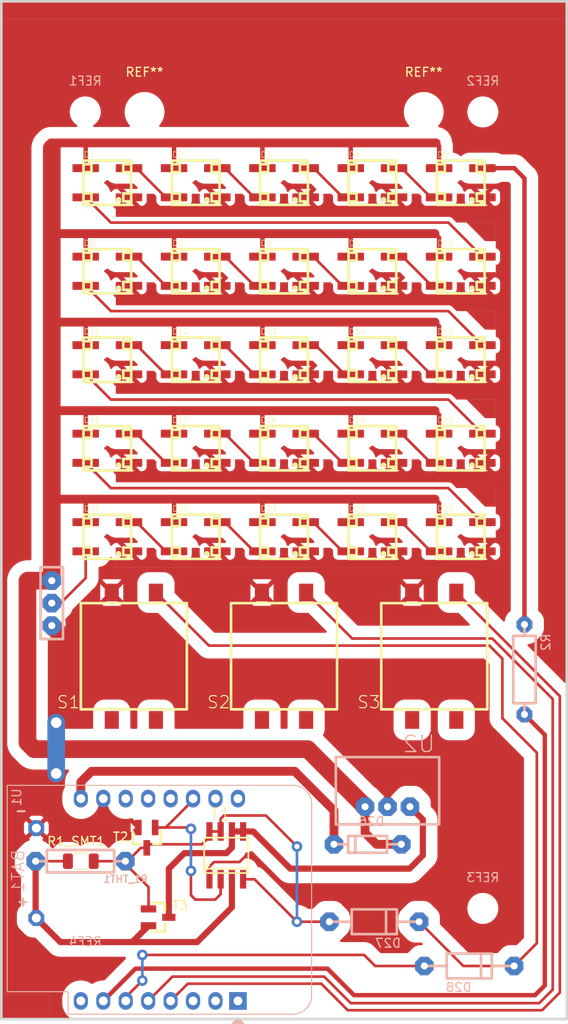
<source format=kicad_pcb>
(kicad_pcb (version 20221018) (generator pcbnew)
  (layers (0 "F.Cu" signal) (31 "B.Cu" signal) (34 "B.Paste" user) (35 "F.Paste" user) (36 "B.SilkS" user "B.Silkscreen") (37 "F.SilkS" user "F.Silkscreen") (38 "B.Mask" user) (39 "F.Mask" user) (44 "Edge.Cuts" user))
  (net 0 "")
  (net 1 "GND")
  (net 2 "+9V")
  (net 3 "+5V")
  (net 4 "Net-(D1-DOUT)")
  (net 5 "Net-(D1-DIN)")
  (net 6 "Net-(D2-DIN)")
  (net 7 "Net-(D3-DIN)")
  (net 8 "Net-(D4-DIN)")
  (net 9 "Net-(D5-DIN)")
  (net 10 "Net-(D15-DIN)")
  (net 11 "Net-(D6-DIN)")
  (net 12 "Net-(D7-DIN)")
  (net 13 "Net-(D8-DIN)")
  (net 14 "Net-(D10-DOUT)")
  (net 15 "Net-(D11-DOUT)")
  (net 16 "Net-(D11-DIN)")
  (net 17 "Net-(D12-DIN)")
  (net 18 "Net-(D13-DIN)")
  (net 19 "Net-(D14-DIN)")
  (net 20 "Net-(D16-DOUT)")
  (net 21 "Net-(D16-DIN)")
  (net 22 "Net-(D17-DIN)")
  (net 23 "Net-(D18-DIN)")
  (net 24 "Net-(D19-DIN)")
  (net 25 "Net-(D21-DOUT)")
  (net 26 "Net-(D21-DIN)")
  (net 27 "Net-(D22-DIN)")
  (net 28 "Net-(D23-DIN)")
  (net 29 "Net-(D24-DIN)")
  (net 30 "+5VD")
  (net 31 "XFET")
  (net 32 "Net-(D27-Pad2)")
  (net 33 "/D7")
  (net 34 "/D8")
  (net 35 "/D6")
  (net 36 "/D5")
  (net 37 "D1")
  (net 38 "U2_VIN")
  (footprint "D1Mini_Wuerfel_aktuell:WS2812B_9" (layer "F.Cu") (at 153.29 80.5)
    (fp_text reference "D15")
    (fp_text value "WS2812B")
  )
  (footprint "D1Mini_Wuerfel_aktuell:WS2812B_9" (layer "F.Cu") (at 133.29 90.5)
    (fp_text reference "D18")
    (fp_text value "WS2812B")
  )
  (footprint "D1Mini_Wuerfel_aktuell:1254.1017_DRUCKTASTER_34" (layer "F.Cu") (at 116.29 114)
    (fp_text reference "S1")
    (fp_text value "SPST")
  )
  (footprint "MountingHole:MountingHole_3.5mm" (layer "F.Cu") (at 117.5 52.5)
    (fp_text reference "REF**")
    (fp_text value "MountingHole_3.5mm" hide)
  )
  (footprint "D1Mini_Wuerfel_aktuell:WS2812B_9" (layer "F.Cu") (at 133.29 60.5)
    (fp_text reference "D3")
    (fp_text value "WS2812B")
  )
  (footprint "D1Mini_Wuerfel_aktuell:WS2812B_9" (layer "F.Cu") (at 143.29 90.5)
    (fp_text reference "D19")
    (fp_text value "WS2812B")
  )
  (footprint "D1Mini_Wuerfel_aktuell:WS2812B_9" (layer "F.Cu") (at 113.29 90.5)
    (fp_text reference "D16")
    (fp_text value "WS2812B")
  )
  (footprint "Resistor_SMD:R_1206_3216Metric" (layer "F.Cu") (at 110.2875 137.16)
    (fp_text reference "R1_SMT1")
    (fp_text value "100K")
  )
  (footprint "MountingHole:MountingHole_3.5mm" (layer "F.Cu") (at 149.1 52.5)
    (fp_text reference "REF**")
    (fp_text value "MountingHole_3.5mm" hide)
  )
  (footprint "D1Mini_Wuerfel_aktuell:WS2812B_9" (layer "F.Cu") (at 143.29 80.5)
    (fp_text reference "D14")
    (fp_text value "WS2812B")
  )
  (footprint "D1Mini_Wuerfel_aktuell:WS2812B_9" (layer "F.Cu") (at 123.29 60.5)
    (fp_text reference "D2")
    (fp_text value "WS2812B")
  )
  (footprint "D1Mini_Wuerfel_aktuell:SOT-23_3_42" (layer "F.Cu") (at 117.75 134.5 180)
    (fp_text reference "T2")
    (fp_text value "FDN337N")
  )
  (footprint "D1Mini_Wuerfel_aktuell:WS2812B_9" (layer "F.Cu") (at 143.29 100.5)
    (fp_text reference "D24")
    (fp_text value "WS2812B")
  )
  (footprint "D1Mini_Wuerfel_aktuell:WS2812B_9" (layer "F.Cu") (at 153.29 100.5)
    (fp_text reference "D25")
    (fp_text value "WS2812B")
  )
  (footprint "D1Mini_Wuerfel_aktuell:WS2812B_9" (layer "F.Cu") (at 153.29 90.5)
    (fp_text reference "D20")
    (fp_text value "WS2812B")
  )
  (footprint "D1Mini_Wuerfel_aktuell:WS2812B_9" (layer "F.Cu") (at 113.29 80.5)
    (fp_text reference "D11")
    (fp_text value "WS2812B")
  )
  (footprint "D1Mini_Wuerfel_aktuell:1254.1017_DRUCKTASTER_34" (layer "F.Cu") (at 150.29 114)
    (fp_text reference "S3")
    (fp_text value "SPST")
  )
  (footprint "D1Mini_Wuerfel_aktuell:WS2812B_9" (layer "F.Cu") (at 113.29 100.5)
    (fp_text reference "D21")
    (fp_text value "WS2812B")
  )
  (footprint "D1Mini_Wuerfel_aktuell:WS2812B_9" (layer "F.Cu") (at 123.29 80.5)
    (fp_text reference "D12")
    (fp_text value "WS2812B")
  )
  (footprint "D1Mini_Wuerfel_aktuell:WS2812B_9" (layer "F.Cu") (at 113.29 70.5)
    (fp_text reference "D6")
    (fp_text value "WS2812B")
  )
  (footprint "D1Mini_Wuerfel_aktuell:WS2812B_9" (layer "F.Cu") (at 133.29 80.5)
    (fp_text reference "D13")
    (fp_text value "WS2812B")
  )
  (footprint "D1Mini_Wuerfel_aktuell:WS2812B_9" (layer "F.Cu") (at 153.29 70.5)
    (fp_text reference "D10")
    (fp_text value "WS2812B")
  )
  (footprint "D1Mini_Wuerfel_aktuell:WS2812B_9" (layer "F.Cu") (at 123.29 70.5)
    (fp_text reference "D7")
    (fp_text value "WS2812B")
  )
  (footprint "D1Mini_Wuerfel_aktuell:WS2812B_9" (layer "F.Cu") (at 143.29 60.5)
    (fp_text reference "D4")
    (fp_text value "WS2812B")
  )
  (footprint "D1Mini_Wuerfel_aktuell:WS2812B_9" (layer "F.Cu") (at 143.29 70.5)
    (fp_text reference "D9")
    (fp_text value "WS2812B")
  )
  (footprint "D1Mini_Wuerfel_aktuell:WS2812B_9" (layer "F.Cu") (at 113.29 60.5)
    (fp_text reference "D1")
    (fp_text value "WS2812B")
  )
  (footprint "D1Mini_Wuerfel_aktuell:WS2812B_9" (layer "F.Cu") (at 133.29 100.5)
    (fp_text reference "D23")
    (fp_text value "WS2812B")
  )
  (footprint "D1Mini_Wuerfel_aktuell:WS2812B_9" (layer "F.Cu") (at 153.29 60.5)
    (fp_text reference "D5")
    (fp_text value "WS2812B")
  )
  (footprint "D1Mini_Wuerfel_aktuell:WS2812B_9" (layer "F.Cu") (at 133.29 70.5)
    (fp_text reference "D8")
    (fp_text value "WS2812B")
  )
  (footprint "D1Mini_Wuerfel_aktuell:SOT-23_3_43" (layer "F.Cu") (at 119.1 143.5 -90)
    (fp_text reference "T3")
    (fp_text value "IRLML9301")
  )
  (footprint "D1Mini_Wuerfel_aktuell:SO8_SOT96-1_39" (layer "F.Cu") (at 126.75 136.5)
    (fp_text reference "T1")
    (fp_text value "IRF9952")
  )
  (footprint "D1Mini_Wuerfel_aktuell:WS2812B_9" (layer "F.Cu") (at 123.29 100.5)
    (fp_text reference "D22")
    (fp_text value "WS2812B")
  )
  (footprint "D1Mini_Wuerfel_aktuell:1254.1017_DRUCKTASTER_34" (layer "F.Cu") (at 133.29 114)
    (fp_text reference "S2")
    (fp_text value "SPST")
  )
  (footprint "D1Mini_Wuerfel_aktuell:WS2812B_9" (layer "F.Cu") (at 123.29 90.5)
    (fp_text reference "D17")
    (fp_text value "WS2812B")
  )
  (footprint "D1Mini_Wuerfel_aktuell:TRACO-TSR1-24_0" (layer "B.Cu") (at 145 131 180)
    (fp_text reference "U2")
    (fp_text value "TSR1-2450")
  )
  (footprint "D1Mini_Wuerfel_aktuell:DO35_1" (layer "B.Cu") (at 142.75 135.25 180)
    (fp_text reference "D26")
    (fp_text value "1N4148")
  )
  (footprint "D1Mini_Wuerfel_aktuell:DO41_41" (layer "B.Cu") (at 154.25 149)
    (fp_text reference "D28")
    (fp_text value "1N5817")
  )
  (footprint "D1Mini_Wuerfel_aktuell:BATTERIE_2" (layer "B.Cu") (at 105.25 141.04 -90)
    (fp_text reference "BAT1")
    (fp_text value "9V")
  )
  (footprint "MountingHole:MountingHole_2.5mm" (layer "B.Cu") (at 155.7911 142.4964 180)
    (fp_text reference "REF3")
    (fp_text value "MountingHole_2.5mm" hide)
  )
  (footprint "D1Mini_Wuerfel_aktuell:0207_44" (layer "B.Cu") (at 160.5 115.5 90)
    (fp_text reference "R2")
    (fp_text value "330")
  )
  (footprint "MountingHole:MountingHole_2.5mm" (layer "B.Cu") (at 110.7911 52.4964 180)
    (fp_text reference "REF1")
    (fp_text value "MountingHole_2.5mm" hide)
  )
  (footprint "MountingHole:MountingHole_2.5mm" (layer "B.Cu") (at 110.7911 142.4964 180)
    (fp_text reference "REF4")
    (fp_text value "MountingHole_2.5mm" hide)
  )
  (footprint "D1Mini_Wuerfel_aktuell:0207_37" (layer "B.Cu") (at 110.25 137.16)
    (fp_text reference "R1_THT1")
    (fp_text value "100K")
  )
  (footprint "D1Mini_Wuerfel_aktuell:DO41_40" (layer "B.Cu") (at 143.5 144)
    (fp_text reference "D27")
    (fp_text value "1N5817")
  )
  (footprint "D1Mini_Wuerfel_aktuell:1X03_BUCHSE_8" (layer "B.Cu") (at 107 108 -90)
    (fp_text reference "K1" hide)
    (fp_text value "1x03")
  )
  (footprint "Module:WEMOS_D1_mini_light" (layer "B.Cu") (at 128.07 152.945 90)
    (fp_text reference "U1")
    (fp_text value "WeMos_D1_mini")
  )
  (footprint "MountingHole:MountingHole_2.5mm" (layer "B.Cu") (at 155.7911 52.4964 180)
    (fp_text reference "REF2")
    (fp_text value "MountingHole_2.5mm" hide)
  )
  (gr_line (start 101.29 155) (end 165.29 155) (stroke (width 0.3)) (layer "Edge.Cuts"))
  (gr_line (start 165.29 40) (end 101.29 40) (stroke (width 0.3)) (layer "Edge.Cuts"))
  (gr_line (start 101.29 40) (end 101.29 155) (stroke (width 0.3)) (layer "Edge.Cuts"))
  (gr_line (start 165.29 155) (end 165.29 40) (stroke (width 0.3)) (layer "Edge.Cuts"))
  (segment (start 108.458 112.014) (end 108.458 111.998) (width 2) (layer "F.Cu") (net 1))
  (segment (start 124.845 137.77) (end 125.365 137.25) (width 0.3) (layer "F.Cu") (net 1))
  (segment (start 128.25 137.25) (end 128.75 136.75) (width 0.3) (layer "F.Cu") (net 1))
  (segment (start 125.365 137.25) (end 128.25 137.25) (width 0.3) (layer "F.Cu") (net 1))
  (segment (start 107 110.54) (end 108.458 111.998) (width 2) (layer "F.Cu") (net 1))
  (segment (start 124.845 139.2) (end 124.845 137.77) (width 0.3) (layer "F.Cu") (net 1))
  (via (at 107.5 127.25) (size 2) (drill 1.2) (layers "F.Cu" "B.Cu") (net 1))
  (via (at 107.5 121.5) (size 2) (drill 1.2) (layers "F.Cu" "B.Cu") (net 1))
  (segment (start 107.5 121.5) (end 107.5 127.25) (width 2) (layer "B.Cu") (net 1))
  (segment (start 127.385 142.365) (end 127.385 139.2) (width 0.7) (layer "F.Cu") (net 2))
  (segment (start 105.17 138) (end 105.17 143.5) (width 0.7) (layer "F.Cu") (net 2))
  (segment (start 123.45 146.3) (end 127.385 142.365) (width 0.7) (layer "F.Cu") (net 2))
  (segment (start 116.1 146.3) (end 117.95 144.45) (width 0.7) (layer "F.Cu") (net 2))
  (segment (start 107.97 146.3) (end 116.1 146.3) (width 0.7) (layer "F.Cu") (net 2))
  (segment (start 105.17 137.16) (end 108.825 137.16) (width 0.3) (layer "F.Cu") (net 2))
  (segment (start 105.17 143.5) (end 105.25 143.58) (width 0.7) (layer "F.Cu") (net 2))
  (segment (start 105.25 143.58) (end 107.97 146.3) (width 0.7) (layer "F.Cu") (net 2))
  (segment (start 116.1 146.3) (end 123.45 146.3) (width 0.7) (layer "F.Cu") (net 2))
  (segment (start 110.84 86.41) (end 111 86.25) (width 0.5) (layer "F.Cu") (net 3))
  (segment (start 107 66.25) (end 110.9 66.25) (width 1) (layer "F.Cu") (net 3))
  (segment (start 110.84 66.31) (end 110.9 66.25) (width 0.5) (layer "F.Cu") (net 3))
  (segment (start 120.7 56) (end 110.8 56) (width 1) (layer "F.Cu") (net 3))
  (segment (start 104.25 105.5) (end 104.25 123.75) (width 2) (layer "F.Cu") (net 3))
  (segment (start 110.8 86.25) (end 110.84 86.29) (width 0.5) (layer "F.Cu") (net 3))
  (segment (start 110.9 66.25) (end 120.9 66.25) (width 1) (layer "F.Cu") (net 3))
  (segment (start 143.75 135.25) (end 142.46 133.96) (width 1) (layer "F.Cu") (net 3))
  (segment (start 130.8 56) (end 140.8 56) (width 1) (layer "F.Cu") (net 3))
  (segment (start 140.84 78.85) (end 140.84 76.51) (width 0.5) (layer "F.Cu") (net 3))
  (segment (start 150.84 56.34) (end 150.5 56) (width 0.5) (layer "F.Cu") (net 3))
  (segment (start 130.84 96.41) (end 131 96.25) (width 0.5) (layer "F.Cu") (net 3))
  (segment (start 120.84 96.29) (end 120.8 96.25) (width 0.5) (layer "F.Cu") (net 3))
  (segment (start 110.84 58.85) (end 110.84 56.04) (width 0.5) (layer "F.Cu") (net 3))
  (segment (start 107 96.25) (end 111.1 96.25) (width 1) (layer "F.Cu") (net 3))
  (segment (start 107 105.46) (end 104.29 105.46) (width 2) (layer "F.Cu") (net 3))
  (segment (start 146.56 135.25) (end 143.75 135.25) (width 1) (layer "F.Cu") (net 3))
  (segment (start 141.1 76.25) (end 150.375 76.25) (width 1) (layer "F.Cu") (net 3))
  (segment (start 140.84 98.85) (end 140.84 96.29) (width 0.5) (layer "F.Cu") (net 3))
  (segment (start 150.84 96.715) (end 150.375 96.25) (width 0.5) (layer "F.Cu") (net 3))
  (segment (start 140.84 86.31) (end 140.9 86.25) (width 0.5) (layer "F.Cu") (net 3))
  (segment (start 107 76.25) (end 111 76.25) (width 1) (layer "F.Cu") (net 3))
  (segment (start 104.29 105.46) (end 104.25 105.5) (width 2) (layer "F.Cu") (net 3))
  (segment (start 130.84 98.85) (end 130.84 96.41) (width 0.5) (layer "F.Cu") (net 3))
  (segment (start 120.7 56) (end 130.8 56) (width 1) (layer "F.Cu") (net 3))
  (segment (start 140.84 96.29) (end 140.8 96.25) (width 0.5) (layer "F.Cu") (net 3))
  (segment (start 120.84 58.85) (end 120.84 56.14) (width 0.5) (layer "F.Cu") (net 3))
  (segment (start 140.8 96.25) (end 150.375 96.25) (width 1) (layer "F.Cu") (net 3))
  (segment (start 130.84 56.04) (end 130.8 56) (width 0.5) (layer "F.Cu") (net 3))
  (segment (start 140.84 68.85) (end 140.84 66.31) (width 0.5) (layer "F.Cu") (net 3))
  (segment (start 130.84 66.41) (end 131 66.25) (width 0.5) (layer "F.Cu") (net 3))
  (segment (start 121 86.25) (end 131 86.25) (width 1) (layer "F.Cu") (net 3))
  (segment (start 150.84 66.715) (end 150.375 66.25) (width 0.5) (layer "F.Cu") (net 3))
  (segment (start 110.84 98.85) (end 110.84 96.51) (width 0.5) (layer "F.Cu") (net 3))
  (segment (start 107 86.25) (end 110.8 86.25) (width 0.5) (layer "F.Cu") (net 3))
  (segment (start 110.84 68.85) (end 110.84 66.31) (width 0.5) (layer "F.Cu") (net 3))
  (segment (start 130.84 76.61) (end 131.2 76.25) (width 0.5) (layer "F.Cu") (net 3))
  (segment (start 150.84 76.715) (end 150.375 76.25) (width 0.5) (layer "F.Cu") (net 3))
  (segment (start 130.84 88.85) (end 130.84 86.41) (width 0.5) (layer "F.Cu") (net 3))
  (segment (start 140.84 66.31) (end 140.9 66.25) (width 0.5) (layer "F.Cu") (net 3))
  (segment (start 120.84 78.85) (end 120.84 76.51) (width 0.5) (layer "F.Cu") (net 3))
  (segment (start 111 76.25) (end 121.1 76.25) (width 1) (layer "F.Cu") (net 3))
  (segment (start 130.84 78.85) (end 130.84 76.61) (width 0.5) (layer "F.Cu") (net 3))
  (segment (start 142.46 133.96) (end 142.46 131) (width 1) (layer "F.Cu") (net 3))
  (segment (start 140.9 86.25) (end 150.375 86.25) (width 1) (layer "F.Cu") (net 3))
  (segment (start 110.8 56) (end 106.9 56) (width 1) (layer "F.Cu") (net 3))
  (segment (start 110.84 96.51) (end 111.1 96.25) (width 0.5) (layer "F.Cu") (net 3))
  (segment (start 120.84 56.14) (end 120.7 56) (width 0.5) (layer "F.Cu") (net 3))
  (segment (start 130.84 68.85) (end 130.84 66.41) (width 0.5) (layer "F.Cu") (net 3))
  (segment (start 120.84 76.51) (end 121.1 76.25) (width 0.5) (layer "F.Cu") (net 3))
  (segment (start 150.84 78.85) (end 150.84 76.715) (width 0.5) (layer "F.Cu") (net 3))
  (segment (start 120.9 66.25) (end 131 66.25) (width 1) (layer "F.Cu") (net 3))
  (segment (start 150.84 86.715) (end 150.375 86.25) (width 0.5) (layer "F.Cu") (net 3))
  (segment (start 150.84 88.85) (end 150.84 86.715) (width 0.5) (layer "F.Cu") (net 3))
  (segment (start 121.1 76.25) (end 131.2 76.25) (width 1) (layer "F.Cu") (net 3))
  (segment (start 131.2 76.25) (end 141.1 76.25) (width 1) (layer "F.Cu") (net 3))
  (segment (start 140.84 88.85) (end 140.84 86.31) (width 0.5) (layer "F.Cu") (net 3))
  (segment (start 140.84 58.85) (end 140.84 56.04) (width 0.5) (layer "F.Cu") (net 3))
  (segment (start 131 96.25) (end 140.8 96.25) (width 1) (layer "F.Cu") (net 3))
  (segment (start 104.25 123.75) (end 105 124.5) (width 2) (layer "F.Cu") (net 3))
  (segment (start 120.84 66.31) (end 120.9 66.25) (width 0.5) (layer "F.Cu") (net 3))
  (segment (start 107 86.25) (end 111 86.25) (width 1) (layer "F.Cu") (net 3))
  (segment (start 140.84 56.04) (end 140.8 56) (width 0.5) (layer "F.Cu") (net 3))
  (segment (start 140.8 56) (end 150.5 56) (width 1) (layer "F.Cu") (net 3))
  (segment (start 110.84 56.04) (end 110.8 56) (width 0.5) (layer "F.Cu") (net 3))
  (segment (start 120.84 88.85) (end 120.84 86.41) (width 0.5) (layer "F.Cu") (net 3))
  (segment (start 131 86.25) (end 140.9 86.25) (width 1) (layer "F.Cu") (net 3))
  (segment (start 150.84 58.85) (end 150.84 56.34) (width 0.5) (layer "F.Cu") (net 3))
  (segment (start 110.84 88.85) (end 110.84 86.41) (width 0.5) (layer "F.Cu") (net 3))
  (segment (start 110.84 76.41) (end 111 76.25) (width 0.5) (layer "F.Cu") (net 3))
  (segment (start 140.84 76.51) (end 141.1 76.25) (width 0.5) (layer "F.Cu") (net 3))
  (segment (start 110.84 78.85) (end 110.84 76.41) (width 0.5) (layer "F.Cu") (net 3))
  (segment (start 140.9 66.25) (end 150.375 66.25) (width 1) (layer "F.Cu") (net 3))
  (segment (start 130.84 58.85) (end 130.84 56.04) (width 0.5) (layer "F.Cu") (net 3))
  (segment (start 150.84 98.85) (end 150.84 96.715) (width 0.5) (layer "F.Cu") (net 3))
  (segment (start 111 86.25) (end 121 86.25) (width 1) (layer "F.Cu") (net 3))
  (segment (start 120.84 98.85) (end 120.84 96.29) (width 0.5) (layer "F.Cu") (net 3))
  (segment (start 105 124.5) (end 135.96 124.5) (width 2) (layer "F.Cu") (net 3))
  (segment (start 111.1 96.25) (end 120.8 96.25) (width 1) (layer "F.Cu") (net 3))
  (segment (start 150.84 68.85) (end 150.84 66.715) (width 0.5) (layer "F.Cu") (net 3))
  (segment (start 120.84 68.85) (end 120.84 66.31) (width 0.5) (layer "F.Cu") (net 3))
  (segment (start 135.96 124.5) (end 142.46 131) (width 2) (layer "F.Cu") (net 3))
  (segment (start 130.84 86.41) (end 131 86.25) (width 0.5) (layer "F.Cu") (net 3))
  (segment (start 131 66.25) (end 140.9 66.25) (width 1) (layer "F.Cu") (net 3))
  (segment (start 107 105.46) (end 107 56.6) (width 2) (layer "F.Cu") (net 3))
  (segment (start 120.84 86.41) (end 121 86.25) (width 0.5) (layer "F.Cu") (net 3))
  (segment (start 120.8 96.25) (end 131 96.25) (width 1) (layer "F.Cu") (net 3))
  (segment (start 110.84 62.15) (end 113.69 65) (width 0.3) (layer "F.Cu") (net 4))
  (segment (start 113.69 65) (end 151.89 65) (width 0.3) (layer "F.Cu") (net 4))
  (segment (start 151.89 65) (end 155.74 68.85) (width 0.3) (layer "F.Cu") (net 4))
  (segment (start 120.84 62.15) (end 119.9 62.15) (width 0.3) (layer "F.Cu") (net 5))
  (segment (start 119.9 62.15) (end 116.6 58.85) (width 0.3) (layer "F.Cu") (net 5))
  (segment (start 116.6 58.85) (end 115.74 58.85) (width 0.3) (layer "F.Cu") (net 5))
  (segment (start 126.6 58.85) (end 125.74 58.85) (width 0.3) (layer "F.Cu") (net 6))
  (segment (start 129.9 62.15) (end 126.6 58.85) (width 0.3) (layer "F.Cu") (net 6))
  (segment (start 130.84 62.15) (end 129.9 62.15) (width 0.3) (layer "F.Cu") (net 6))
  (segment (start 140.84 62.15) (end 139.9475 62.15) (width 0.3) (layer "F.Cu") (net 7))
  (segment (start 139.9475 62.15) (end 136.6475 58.85) (width 0.3) (layer "F.Cu") (net 7))
  (segment (start 136.6475 58.85) (end 135.74 58.85) (width 0.3) (layer "F.Cu") (net 7))
  (segment (start 146.6 58.85) (end 145.74 58.85) (width 0.3) (layer "F.Cu") (net 8))
  (segment (start 149.9 62.15) (end 146.6 58.85) (width 0.3) (layer "F.Cu") (net 8))
  (segment (start 150.84 62.15) (end 149.9 62.15) (width 0.3) (layer "F.Cu") (net 8))
  (segment (start 159.35 58.85) (end 155.74 58.85) (width 0.5) (layer "F.Cu") (net 9))
  (segment (start 160.5 60) (end 159.35 58.85) (width 0.5) (layer "F.Cu") (net 9))
  (segment (start 160.5 110.42) (end 160.5 60) (width 0.5) (layer "F.Cu") (net 9))
  (segment (start 151.89 75) (end 155.74 78.85) (width 0.3) (layer "F.Cu") (net 10))
  (segment (start 110.84 72.15) (end 113.69 75) (width 0.3) (layer "F.Cu") (net 10))
  (segment (start 113.69 75) (end 151.89 75) (width 0.3) (layer "F.Cu") (net 10))
  (segment (start 116.6 68.85) (end 115.74 68.85) (width 0.3) (layer "F.Cu") (net 11))
  (segment (start 120.84 72.15) (end 119.9 72.15) (width 0.3) (layer "F.Cu") (net 11))
  (segment (start 119.9 72.15) (end 116.6 68.85) (width 0.3) (layer "F.Cu") (net 11))
  (segment (start 126.6475 68.85) (end 125.74 68.85) (width 0.3) (layer "F.Cu") (net 12))
  (segment (start 129.9475 72.15) (end 126.6475 68.85) (width 0.3) (layer "F.Cu") (net 12))
  (segment (start 130.84 72.15) (end 129.9475 72.15) (width 0.3) (layer "F.Cu") (net 12))
  (segment (start 136.6 68.85) (end 135.74 68.85) (width 0.3) (layer "F.Cu") (net 13))
  (segment (start 139.9 72.15) (end 136.6 68.85) (width 0.3) (layer "F.Cu") (net 13))
  (segment (start 140.84 72.15) (end 139.9 72.15) (width 0.3) (layer "F.Cu") (net 13))
  (segment (start 146.71125 68.85) (end 145.74 68.85) (width 0.3) (layer "F.Cu") (net 14))
  (segment (start 150.84 72.15) (end 150.01125 72.15) (width 0.3) (layer "F.Cu") (net 14))
  (segment (start 150.01125 72.15) (end 146.71125 68.85) (width 0.3) (layer "F.Cu") (net 14))
  (segment (start 151.89 85) (end 155.74 88.85) (width 0.3) (layer "F.Cu") (net 15))
  (segment (start 113.69 85) (end 151.89 85) (width 0.3) (layer "F.Cu") (net 15))
  (segment (start 110.84 82.15) (end 113.69 85) (width 0.3) (layer "F.Cu") (net 15))
  (segment (start 120.84 82.15) (end 119.9 82.15) (width 0.3) (layer "F.Cu") (net 16))
  (segment (start 116.6 78.85) (end 115.74 78.85) (width 0.3) (layer "F.Cu") (net 16))
  (segment (start 119.9 82.15) (end 116.6 78.85) (width 0.3) (layer "F.Cu") (net 16))
  (segment (start 126.6 78.85) (end 125.74 78.85) (width 0.3) (layer "F.Cu") (net 17))
  (segment (start 130.84 82.15) (end 129.9 82.15) (width 0.3) (layer "F.Cu") (net 17))
  (segment (start 129.9 82.15) (end 126.6 78.85) (width 0.3) (layer "F.Cu") (net 17))
  (segment (start 136.85 78.85) (end 135.74 78.85) (width 0.3) (layer "F.Cu") (net 18))
  (segment (start 140.84 82.15) (end 140.15 82.15) (width 0.3) (layer "F.Cu") (net 18))
  (segment (start 140.15 82.15) (end 136.85 78.85) (width 0.3) (layer "F.Cu") (net 18))
  (segment (start 146.85 78.85) (end 145.74 78.85) (width 0.3) (layer "F.Cu") (net 19))
  (segment (start 149.9 82.15) (end 146.6 78.85) (width 0.3) (layer "F.Cu") (net 19))
  (segment (start 146.6 78.85) (end 145.74 78.85) (width 0.3) (layer "F.Cu") (net 19))
  (segment (start 150.84 82.15) (end 149.9 82.15) (width 0.3) (layer "F.Cu") (net 19))
  (segment (start 151.89 95) (end 155.74 98.85) (width 0.3) (layer "F.Cu") (net 20))
  (segment (start 110.84 92.15) (end 113.69 95) (width 0.3) (layer "F.Cu") (net 20))
  (segment (start 113.69 95) (end 151.89 95) (width 0.3) (layer "F.Cu") (net 20))
  (segment (start 119.9 92.15) (end 116.6 88.85) (width 0.3) (layer "F.Cu") (net 21))
  (segment (start 116.6 88.85) (end 115.74 88.85) (width 0.3) (layer "F.Cu") (net 21))
  (segment (start 120.84 92.15) (end 119.9 92.15) (width 0.3) (layer "F.Cu") (net 21))
  (segment (start 130.84 92.15) (end 129.9 92.15) (width 0.3) (layer "F.Cu") (net 22))
  (segment (start 129.9 92.15) (end 126.6 88.85) (width 0.3) (layer "F.Cu") (net 22))
  (segment (start 126.6 88.85) (end 125.74 88.85) (width 0.3) (layer "F.Cu") (net 22))
  (segment (start 136.6 88.85) (end 135.74 88.85) (width 0.3) (layer "F.Cu") (net 23))
  (segment (start 140.84 92.15) (end 139.9 92.15) (width 0.3) (layer "F.Cu") (net 23))
  (segment (start 139.9 92.15) (end 136.6 88.85) (width 0.3) (layer "F.Cu") (net 23))
  (segment (start 150.84 92.15) (end 149.9 92.15) (width 0.3) (layer "F.Cu") (net 24))
  (segment (start 149.9 92.15) (end 146.6 88.85) (width 0.3) (layer "F.Cu") (net 24))
  (segment (start 146.6 88.85) (end 145.74 88.85) (width 0.3) (layer "F.Cu") (net 24))
  (segment (start 106.29 108) (end 108 108) (width 0.3) (layer "F.Cu") (net 25))
  (segment (start 108 108) (end 110.84 105.16) (width 0.3) (layer "F.Cu") (net 25))
  (segment (start 110.84 105.16) (end 110.84 102.15) (width 0.3) (layer "F.Cu") (net 25))
  (segment (start 119.9 102.15) (end 116.6 98.85) (width 0.3) (layer "F.Cu") (net 26))
  (segment (start 120.84 102.15) (end 119.9 102.15) (width 0.3) (layer "F.Cu") (net 26))
  (segment (start 116.6 98.85) (end 115.74 98.85) (width 0.3) (layer "F.Cu") (net 26))
  (segment (start 129.9 102.15) (end 126.6 98.85) (width 0.3) (layer "F.Cu") (net 27))
  (segment (start 130.84 102.15) (end 129.9 102.15) (width 0.3) (layer "F.Cu") (net 27))
  (segment (start 126.6 98.85) (end 125.74 98.85) (width 0.3) (layer "F.Cu") (net 27))
  (segment (start 140.84 102.15) (end 139.9 102.15) (width 0.3) (layer "F.Cu") (net 28))
  (segment (start 136.6 98.85) (end 135.74 98.85) (width 0.3) (layer "F.Cu") (net 28))
  (segment (start 139.9 102.15) (end 136.6 98.85) (width 0.3) (layer "F.Cu") (net 28))
  (segment (start 149.9 102.15) (end 146.6 98.85) (width 0.3) (layer "F.Cu") (net 29))
  (segment (start 150.84 102.15) (end 149.9 102.15) (width 0.3) (layer "F.Cu") (net 29))
  (segment (start 146.6 98.85) (end 145.74 98.85) (width 0.3) (layer "F.Cu") (net 29))
  (segment (start 111.5 127) (end 110.29 128.21) (width 1) (layer "F.Cu") (net 30))
  (segment (start 110.29 128.21) (end 110.29 130.085) (width 1) (layer "F.Cu") (net 30))
  (segment (start 134.5 127) (end 111.5 127) (width 1) (layer "F.Cu") (net 30))
  (segment (start 134.5 127) (end 138.94 131.44) (width 1) (layer "F.Cu") (net 30))
  (segment (start 138.94 131.44) (end 138.94 135.25) (width 1) (layer "F.Cu") (net 30))
  (segment (start 126.115 133.8) (end 126.115 132.37) (width 0.3) (layer "F.Cu") (net 31))
  (segment (start 115.33 137.16) (end 115.33 137.46) (width 0.3) (layer "F.Cu") (net 31))
  (segment (start 111.75 137.16) (end 115.33 137.16) (width 0.3) (layer "F.Cu") (net 31))
  (segment (start 129.95 139.2) (end 128.655 139.2) (width 0.3) (layer "F.Cu") (net 31))
  (segment (start 117.08 135.65) (end 115.57 137.16) (width 0.3) (layer "F.Cu") (net 31))
  (segment (start 138.42 144) (end 134.75 144) (width 0.3) (layer "F.Cu") (net 31))
  (segment (start 117.75 135.65) (end 118.15 135.25) (width 0.3) (layer "F.Cu") (net 31))
  (segment (start 115.33 137.46) (end 117.95 140.08) (width 0.3) (layer "F.Cu") (net 31))
  (segment (start 124 135.25) (end 124.845 134.405) (width 0.3) (layer "F.Cu") (net 31))
  (segment (start 134.75 144) (end 129.95 139.2) (width 0.3) (layer "F.Cu") (net 31))
  (segment (start 117.95 140.08) (end 117.95 142.55) (width 0.3) (layer "F.Cu") (net 31))
  (segment (start 124.845 134.405) (end 124.845 133.8) (width 0.3) (layer "F.Cu") (net 31))
  (segment (start 131.25 132) (end 134.75 135.5) (width 0.3) (layer "F.Cu") (net 31))
  (segment (start 117.75 135.65) (end 117.08 135.65) (width 0.3) (layer "F.Cu") (net 31))
  (segment (start 124.845 133.8) (end 126.115 133.8) (width 0.3) (layer "F.Cu") (net 31))
  (segment (start 115.57 137.16) (end 115.33 137.16) (width 0.3) (layer "F.Cu") (net 31))
  (segment (start 126.485 132) (end 131.25 132) (width 0.3) (layer "F.Cu") (net 31))
  (segment (start 126.115 132.37) (end 126.485 132) (width 0.3) (layer "F.Cu") (net 31))
  (segment (start 118.15 135.25) (end 124 135.25) (width 0.3) (layer "F.Cu") (net 31))
  (via (at 134.75 135.5) (size 1.2) (drill 0.6) (layers "F.Cu" "B.Cu") (net 31))
  (via (at 134.75 144) (size 1.2) (drill 0.6) (layers "F.Cu" "B.Cu") (net 31))
  (segment (start 134.75 135.5) (end 134.75 144) (width 0.3) (layer "B.Cu") (net 31))
  (segment (start 158 114.27274) (end 158 121) (width 0.3) (layer "F.Cu") (net 32))
  (segment (start 124.79 112.8) (end 156.52726 112.8) (width 0.3) (layer "F.Cu") (net 32))
  (segment (start 161.9 124.9) (end 161.9 146.43) (width 0.3) (layer "F.Cu") (net 32))
  (segment (start 156.52726 112.8) (end 158 114.27274) (width 0.3) (layer "F.Cu") (net 32))
  (segment (start 153.58 149) (end 159.33 149) (width 0.3) (layer "F.Cu") (net 32))
  (segment (start 148.58 144) (end 153.58 149) (width 0.3) (layer "F.Cu") (net 32))
  (segment (start 158 121) (end 161.9 124.9) (width 0.3) (layer "F.Cu") (net 32))
  (segment (start 161.9 146.43) (end 159.33 149) (width 0.3) (layer "F.Cu") (net 32))
  (segment (start 118.79 106.8) (end 124.79 112.8) (width 0.3) (layer "F.Cu") (net 32))
  (segment (start 143.6 149) (end 149.17 149) (width 0.3) (layer "F.Cu") (net 33))
  (segment (start 117.25 147.75) (end 142.35 147.75) (width 0.3) (layer "F.Cu") (net 33))
  (segment (start 142.35 147.75) (end 143.6 149) (width 0.3) (layer "F.Cu") (net 33))
  (segment (start 115.37 152.5295) (end 115.37 152.945) (width 0.3) (layer "F.Cu") (net 33))
  (segment (start 117.25 150.6495) (end 115.37 152.5295) (width 0.3) (layer "F.Cu") (net 33))
  (via (at 117.25 150.6495) (size 1.2) (drill 0.6) (layers "F.Cu" "B.Cu") (net 33))
  (via (at 117.25 147.75) (size 1.2) (drill 0.6) (layers "F.Cu" "B.Cu") (net 33))
  (segment (start 117.25 150.6495) (end 117.25 147.75) (width 0.3) (layer "B.Cu") (net 33))
  (segment (start 116.475 149.3) (end 112.83 152.945) (width 0.5) (layer "F.Cu") (net 34))
  (segment (start 162.8 122.88) (end 162.8 151.2) (width 0.5) (layer "F.Cu") (net 34))
  (segment (start 161.7 152.3) (end 141.204162 152.3) (width 0.5) (layer "F.Cu") (net 34))
  (segment (start 160.5 120.58) (end 162.8 122.88) (width 0.5) (layer "F.Cu") (net 34))
  (segment (start 162.8 151.2) (end 161.7 152.3) (width 0.5) (layer "F.Cu") (net 34))
  (segment (start 138.204163 149.3) (end 116.475 149.3) (width 0.5) (layer "F.Cu") (net 34))
  (segment (start 141.204162 152.3) (end 138.204163 149.3) (width 0.5) (layer "F.Cu") (net 34))
  (segment (start 141 112) (end 156.85863 112) (width 0.3) (layer "F.Cu") (net 35))
  (segment (start 162.16863 153.2) (end 140.83137 153.2) (width 0.3) (layer "F.Cu") (net 35))
  (segment (start 120.655 150.2) (end 117.91 152.945) (width 0.3) (layer "F.Cu") (net 35))
  (segment (start 140.83137 153.2) (end 137.831371 150.2) (width 0.3) (layer "F.Cu") (net 35))
  (segment (start 163.7 151.66863) (end 162.16863 153.2) (width 0.3) (layer "F.Cu") (net 35))
  (segment (start 137.831371 150.2) (end 120.655 150.2) (width 0.3) (layer "F.Cu") (net 35))
  (segment (start 135.8 106.8) (end 141 112) (width 0.3) (layer "F.Cu") (net 35))
  (segment (start 163.7 118.84137) (end 163.7 151.66863) (width 0.3) (layer "F.Cu") (net 35))
  (segment (start 156.85863 112) (end 163.7 118.84137) (width 0.3) (layer "F.Cu") (net 35))
  (segment (start 135.79 106.8) (end 135.8 106.8) (width 0.3) (layer "F.Cu") (net 35))
  (segment (start 164.5 118.51) (end 164.5 152) (width 0.3) (layer "F.Cu") (net 36))
  (segment (start 164.5 152) (end 162.5 154) (width 0.3) (layer "F.Cu") (net 36))
  (segment (start 152.79 106.8) (end 164.5 118.51) (width 0.3) (layer "F.Cu") (net 36))
  (segment (start 140.5 154) (end 137.5 151) (width 0.3) (layer "F.Cu") (net 36))
  (segment (start 137.5 151) (end 122.395 151) (width 0.3) (layer "F.Cu") (net 36))
  (segment (start 122.395 151) (end 120.45 152.945) (width 0.3) (layer "F.Cu") (net 36))
  (segment (start 162.5 154) (end 140.5 154) (width 0.3) (layer "F.Cu") (net 36))
  (segment (start 126.115 139.2) (end 126.115 140.885) (width 0.3) (layer "F.Cu") (net 37))
  (segment (start 122.75 141) (end 122.75 138.25) (width 0.3) (layer "F.Cu") (net 37))
  (segment (start 126.115 140.885) (end 125.5 141.5) (width 0.3) (layer "F.Cu") (net 37))
  (segment (start 125.5 141.5) (end 123.25 141.5) (width 0.3) (layer "F.Cu") (net 37))
  (segment (start 122.99 130.26) (end 122.99 130.085) (width 0.3) (layer "F.Cu") (net 37))
  (segment (start 123.25 141.5) (end 122.75 141) (width 0.3) (layer "F.Cu") (net 37))
  (segment (start 119.9 133.35) (end 122.99 130.26) (width 0.3) (layer "F.Cu") (net 37))
  (segment (start 122.75 133.5) (end 122.6 133.35) (width 0.3) (layer "F.Cu") (net 37))
  (segment (start 122.6 133.35) (end 118.7 133.35) (width 0.3) (layer "F.Cu") (net 37))
  (segment (start 118.7 133.35) (end 119.9 133.35) (width 0.3) (layer "F.Cu") (net 37))
  (via (at 122.75 138.25) (size 1.2) (drill 0.6) (layers "F.Cu" "B.Cu") (net 37))
  (via (at 122.75 133.5) (size 1.2) (drill 0.6) (layers "F.Cu" "B.Cu") (net 37))
  (segment (start 122.75 138.125) (end 122.75 133.375) (width 0.3) (layer "B.Cu") (net 37))
  (segment (start 127.385 135.63) (end 127.385 133.8) (width 0.7) (layer "F.Cu") (net 38))
  (segment (start 147.5 138) (end 134 138) (width 0.7) (layer "F.Cu") (net 38))
  (segment (start 134 138) (end 129.8 133.8) (width 0.7) (layer "F.Cu") (net 38))
  (segment (start 126.765 136.25) (end 127.385 135.63) (width 0.7) (layer "F.Cu") (net 38))
  (segment (start 149 136.5) (end 147.5 138) (width 0.7) (layer "F.Cu") (net 38))
  (segment (start 120.25 138) (end 122 136.25) (width 0.7) (layer "F.Cu") (net 38))
  (segment (start 129.8 133.8) (end 127.385 133.8) (width 0.7) (layer "F.Cu") (net 38))
  (segment (start 147.54 131) (end 149 132.46) (width 0.7) (layer "F.Cu") (net 38))
  (segment (start 122 136.25) (end 126.765 136.25) (width 0.7) (layer "F.Cu") (net 38))
  (segment (start 120.25 143.5) (end 120.25 138) (width 0.7) (layer "F.Cu") (net 38))
  (segment (start 149 132.46) (end 149 136.5) (width 0.7) (layer "F.Cu") (net 38))
  (zone (net 1) (net_name "GND") (layer "F.Cu") (name "GND_1") (priority 2) (connect_pads (clearance 0.5)) (min_thickness 0.25) (fill yes (thermal_gap 0.5) (thermal_bridge_width 0.5) (smoothing fillet) (radius 1))
    (polygon (pts (xy 114.25 61.75) (xy 114.25 65) (xy 157.25 65) (xy 157.25 71.75) (xy 114.25 71.75) (xy 114.25 75) (xy 157.25 75) (xy 157.25 81.75) (xy 114.25 81.75) (xy 114.25 85) (xy 157.25 85) (xy 157.25 91.75) (xy 114.25 91.75) (xy 114.25 95) (xy 157.25 95) (xy 157.25 101.75) (xy 114.25 101.75) (xy 114.25 104) (xy 158.95 104.013) (xy 158.95 61.73)))
  )
  (zone (net 1) (net_name "GND") (layer "F.Cu") (name "GND_ex") (priority 3) (connect_pads yes (clearance 0.5)) (min_thickness 0.25) (fill yes (thermal_gap 0.5) (thermal_bridge_width 0.5))
    (polygon (pts (xy 101.25 40) (xy 101.25 42) (xy 165.25 42) (xy 165.25 40)))
  )
  (zone (net 1) (net_name "GND") (layer "F.Cu") (name "GND_0") (priority 1) (connect_pads (clearance 1.3)) (min_thickness 0.25) (fill yes (thermal_gap 0.5) (thermal_bridge_width 0.5) (smoothing chamfer) (radius 1.3))
    (polygon (pts (xy 101.25 40) (xy 101.25 155) (xy 165.25 155) (xy 165.25 40)))
  )
  (zone (net 1) (net_name "GND") (layer "F.Cu") (name "GND_3") (priority 3) (connect_pads yes (clearance 1.3)) (min_thickness 0.25) (fill yes (thermal_gap 0.5) (thermal_bridge_width 0.5) (smoothing chamfer) (radius 1.3))
    (polygon (pts (xy 144.145 129.032) (xy 144.145 130.175) (xy 145.923 130.175) (xy 145.923 129.032)))
  )
  (zone (net 1) (net_name "GND") (layer "F.Cu") (name "GND4") (priority 3) (connect_pads yes (clearance 1.3)) (min_thickness 0.25) (fill yes (thermal_gap 0.5) (thermal_bridge_width 0.5))
    (polygon (pts (xy 112.014 130.302) (xy 112.014 132.08) (xy 113.665 132.08) (xy 113.665 130.302)))
  )
  (zone (net 1) (net_name "GND") (layer "F.Cu") (name "GND_ex") (priority 3) (connect_pads yes (clearance 0.5)) (min_thickness 0.25) (fill yes (thermal_gap 0.5) (thermal_bridge_width 0.5))
    (polygon (pts (xy 101.25 152.25) (xy 106.75 152.25) (xy 106.75 155) (xy 101.25 155)))
  )
)
</source>
